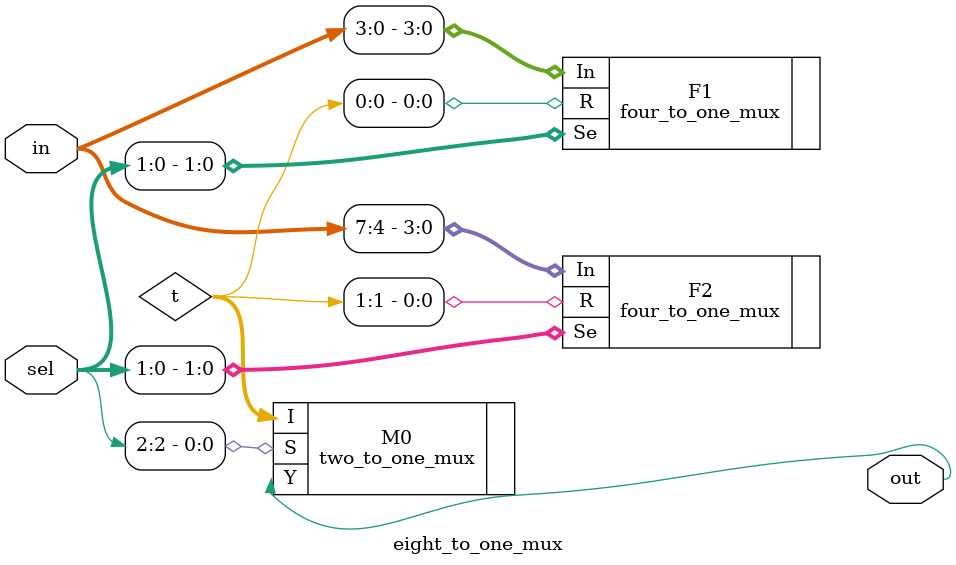
<source format=v>
module eight_to_one_mux(
    input [7:0] in,
    input [2:0] sel,
    output out
);
    wire [1:0] t;

    four_to_one_mux F1(
        .In(in[3:0]),
        .Se(sel[1:0]),
        .R(t[0])
    );

    four_to_one_mux F2(
        .In(in[7:4]),
        .Se(sel[1:0]),
        .R(t[1])
    );

    two_to_one_mux M0(
        .I(t[1:0]),
        .S(sel[2]),
        .Y(out)
    );
    
endmodule

//iverilog -o file.vvp 2_to_1_MUX.v 4_to_1_MUX.v 8_to_1_MUX.v 8_to_1_tb.v
</source>
